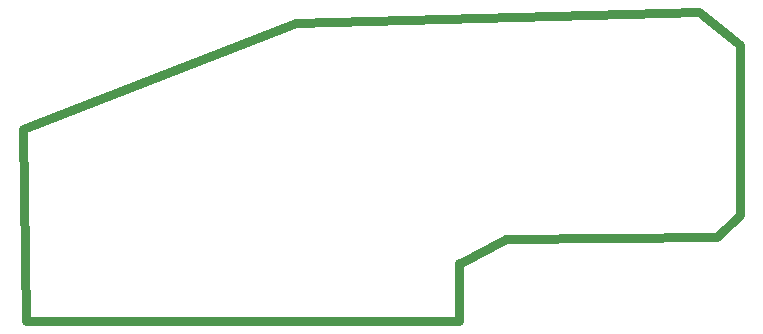
<source format=gko>
G04 Layer: BoardOutlineLayer*
G04 EasyEDA v6.5.42, 2024-05-08 18:12:25*
G04 be8ffc033df6498d868a6c16453b8217,f8c0e07f684e49ff84154c9ab2af1557,10*
G04 Gerber Generator version 0.2*
G04 Scale: 100 percent, Rotated: No, Reflected: No *
G04 Dimensions in millimeters *
G04 leading zeros omitted , absolute positions ,4 integer and 5 decimal *
%FSLAX45Y45*%
%MOMM*%

%ADD10C,0.8000*%
D10*
X1689100Y-4089400D02*
G01*
X5359400Y-4089400D01*
X5359400Y-3594100D01*
X5359400Y-3606800D01*
X5753100Y-3390900D01*
X7531100Y-3378200D01*
X7543800Y-3378200D01*
X7734300Y-3187700D01*
X7734300Y-1752600D01*
X7734300Y-1752600D01*
X7391400Y-1473200D01*
X3975100Y-1562100D01*
X1663700Y-2463800D01*
X1689100Y-4089400D01*

%LPD*%
M02*

</source>
